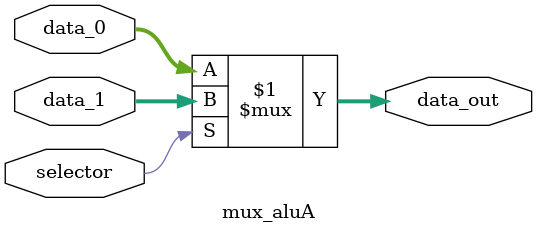
<source format=v>
module mux_aluA (
    input  wire        selector,
    input  wire [31:0] data_0,
    input  wire [31:0] data_1,
    output wire [31:0] data_out
);

    assign data_out = (selector) ? data_1 : data_0;

endmodule
</source>
